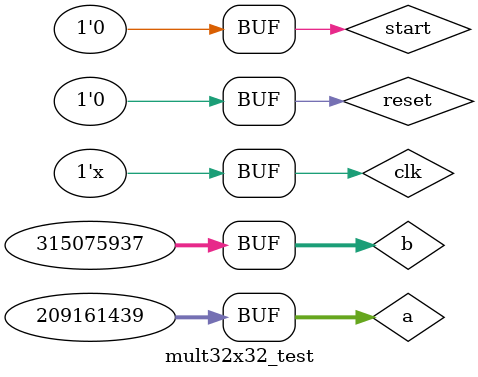
<source format=sv>
module mult32x32_test;

    logic clk;            // Clock
    logic reset;          // Reset
    logic start;          // Start signal
    logic [31:0] a;       // Input a
    logic [31:0] b;       // Input b
    logic busy;           // Multiplier busy indication
    logic [63:0] product; // Miltiplication product

// Put your code here
// ------------------

parameter cycle = 2;

mult32x32 mult(
    clk, reset,
    start,
    a, b,
    busy, product
);

initial begin
    clk = 1'b1;
end

always begin
    #(cycle / 2) clk = ~clk;
end

initial begin
    reset = 1;
    start = 0;
    a = 32'h0;
    b = 32'h0;
    #(cycle * 4);

    reset = 0;
    #cycle;

    a = 209161439;
    b = 315075937;
    start = 1;
    #cycle;
    start = 0;
    #(cycle * 5);
end

// End of your code

endmodule

</source>
